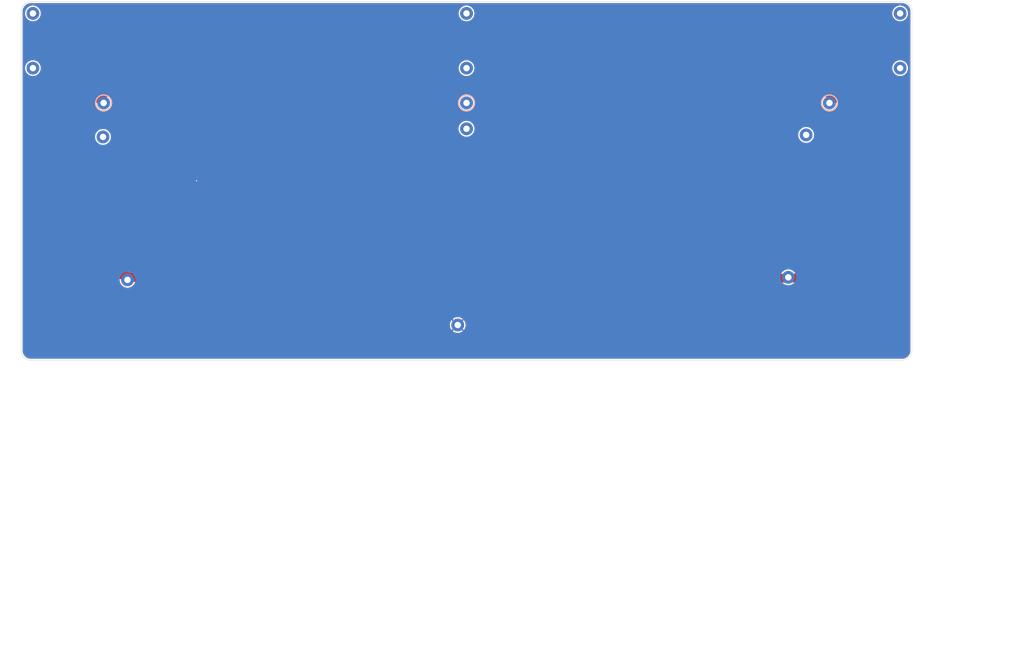
<source format=kicad_pcb>
(kicad_pcb (version 20211014) (generator pcbnew)
  (layers (0 "F.Cu" signal) (31 "B.Cu" signal) (34 "B.Paste" user) (35 "F.Paste" user) (36 "B.SilkS" user "B.Silkscreen") (37 "F.SilkS" user "F.Silkscreen") (38 "B.Mask" user) (39 "F.Mask" user) (44 "Edge.Cuts" user))
  (net 0 "")
  (net 1 "GND")
  (footprint "MountingHole:MountingHole_2.2mm_M2_Pad" (layer "F.Cu") (at 57.766382 80.44475)
    (fp_text reference "REF**")
    (fp_text value "MountingHole_2.2mm_M2_Pad")
  )
  (footprint "MountingHole:MountingHole_2.2mm_M2_Pad" (layer "F.Cu") (at 57.766382 61.69475)
    (fp_text reference "REF**")
    (fp_text value "MountingHole_2.2mm_M2_Pad")
  )
  (footprint "MountingHole:MountingHole_2.2mm_M2_Pad" (layer "F.Cu") (at 354.660309 61.69475)
    (fp_text reference "REF**")
    (fp_text value "MountingHole_2.2mm_M2_Pad")
  )
  (footprint "MountingHole:MountingHole_2.2mm_M2_Pad" (layer "F.Cu") (at 354.660309 80.44475)
    (fp_text reference "REF**")
    (fp_text value "MountingHole_2.2mm_M2_Pad")
  )
  (footprint "MountingHole:MountingHole_2.2mm_M2_Pad" (layer "F.Cu") (at 90.1446 152.9842)
    (fp_text reference "REF**")
    (fp_text value "MountingHole_2.2mm_M2_Pad")
  )
  (footprint "MountingHole:MountingHole_2.2mm_M2_Pad" (layer "F.Cu") (at 316.3824 152.1206)
    (fp_text reference "REF**")
    (fp_text value "MountingHole_2.2mm_M2_Pad")
  )
  (footprint "MountingHole:MountingHole_2.2mm_M2_Pad" (layer "F.Cu") (at 81.7626 104.013)
    (fp_text reference "REF**")
    (fp_text value "MountingHole_2.2mm_M2_Pad")
  )
  (footprint "MountingHole:MountingHole_2.2mm_M2_Pad" (layer "F.Cu") (at 322.4784 103.3272)
    (fp_text reference "REF**")
    (fp_text value "MountingHole_2.2mm_M2_Pad")
  )
  (footprint "MountingHole:MountingHole_2.2mm_M2_Pad" (layer "F.Cu") (at 206.213345 101.219)
    (fp_text reference "REF**")
    (fp_text value "MountingHole_2.2mm_M2_Pad")
  )
  (footprint "MountingHole:MountingHole_2.2mm_M2_Pad" (layer "F.Cu") (at 206.213345 80.44475)
    (fp_text reference "REF**")
    (fp_text value "MountingHole_2.2mm_M2_Pad")
  )
  (footprint "MountingHole:MountingHole_2.2mm_M2_Pad" (layer "F.Cu") (at 206.213345 61.69475)
    (fp_text reference "REF**")
    (fp_text value "MountingHole_2.2mm_M2_Pad")
  )
  (footprint "MountingHole:MountingHole_2.2mm_M2_Pad" (layer "F.Cu") (at 203.2 168.4528)
    (fp_text reference "H1")
    (fp_text value "MountingHole_Pad")
  )
  (footprint "MountingHole:MountingHole_2.2mm_M2_Pad" (layer "F.Cu") (at 330.453369 92.373872)
    (fp_text reference "REF**")
    (fp_text value "MountingHole_2.2mm_M2_Pad")
  )
  (footprint "MountingHole:MountingHole_2.2mm_M2_Pad" (layer "F.Cu") (at 81.973322 92.373872)
    (fp_text reference "REF**")
    (fp_text value "MountingHole_2.2mm_M2_Pad")
  )
  (footprint "logos:DISCIPLINE_LARGE_COPPER" (layer "F.Cu") (at 209.828345 118.773484)
    (fp_text reference "G***" hide)
    (fp_text value "LOGO" hide)
  )
  (footprint "logos:TOPY 3MM COPPER" (layer "F.Cu") (at 291.15004 133.92912 180)
    (fp_text reference "G***" hide)
    (fp_text value "LOGO" hide)
  )
  (footprint "logos:TOPY 3MM MASK" (layer "F.Cu") (at 291.15004 133.92912 180)
    (fp_text reference "G***" hide)
    (fp_text value "LOGO" hide)
  )
  (footprint "logos:coseyfannitutti_16mm" (layer "F.Cu") (at 300.76394 132.48132)
    (fp_text reference "G***" hide)
    (fp_text value "LOGO" hide)
  )
  (footprint "logos:coseyfannitutti_rev1_16mm_copper" (layer "F.Cu") (at 300.76394 132.48132)
    (fp_text reference "G***" hide)
    (fp_text value "LOGO" hide)
  )
  (footprint "MountingHole:MountingHole_2.2mm_M2_Pad" (layer "B.Cu") (at 206.213345 92.373872 180)
    (fp_text reference "REF**")
    (fp_text value "MountingHole_2.2mm_M2_Pad")
  )
  (gr_circle (center 330.453369 92.373872) (end 333.173957 92.373872) (layer "B.SilkS") (width 0.5) (fill none))
  (gr_circle (center 81.973322 92.373872) (end 84.69391 92.373872) (layer "B.SilkS") (width 0.5) (fill none))
  (gr_circle (center 206.213345 92.373872) (end 208.933933 92.373872) (layer "B.SilkS") (width 0.5) (fill none))
  (gr_arc (start 57.076441 180.502218) (mid 54.737118 179.535724) (end 53.766382 177.198159) (layer "Edge.Cuts") (width 0.15))
  (gr_arc (start 358.660309 177.19516) (mid 357.691694 179.533604) (end 355.35325 180.502219) (layer "Edge.Cuts") (width 0.15))
  (gr_arc (start 355.35325 57.69475) (mid 357.691694 58.663365) (end 358.660309 61.001809) (layer "Edge.Cuts") (width 0.15))
  (gr_line (start 355.35325 180.502219) (end 57.076441 180.502219) (layer "Edge.Cuts") (width 0.15))
  (gr_line (start 53.766382 177.198159) (end 53.766382 61.001809) (layer "Edge.Cuts") (width 0.15))
  (gr_line (start 358.660309 61.001809) (end 358.660309 177.19516) (layer "Edge.Cuts") (width 0.15))
  (gr_arc (start 53.766382 61.001809) (mid 54.734997 58.663365) (end 57.073441 57.69475) (layer "Edge.Cuts") (width 0.15))
  (gr_line (start 57.073441 57.69475) (end 355.35325 57.69475) (layer "Edge.Cuts") (width 0.15))
  (via (at 113.7539 119.0244) (size 0.8) (drill 0.4) (layers "F.Cu" "B.Cu") (net 1))
  (zone (net 1) (net_name "GND") (layer "F.Cu") (connect_pads (clearance 0.508)) (min_thickness 0.254) (fill yes (thermal_gap 0.508) (thermal_bridge_width 0.508))
    (polygon (pts (xy 359.1687 57.2008) (xy 359.0417 181.0639) (xy 53.2892 181.1655) (xy 53.2511 57.1373) (xy 53.2511 57.1119)))
  )
  (zone (net 1) (net_name "GND") (layer "B.Cu") (connect_pads (clearance 0.508)) (min_thickness 0.254) (fill yes (thermal_gap 0.508) (thermal_bridge_width 0.508))
    (polygon (pts (xy 359.1306 57.1881) (xy 359.0036 181.0512) (xy 53.2511 181.1528) (xy 53.213 57.1246) (xy 53.213 57.0992)))
  )
)
</source>
